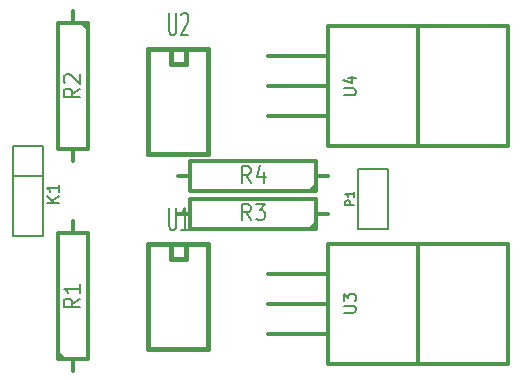
<source format=gto>
G04 (created by PCBNEW-RS274X (2011-05-25)-stable) date Wed 21 Mar 2012 10:40:31 PM MST*
G01*
G70*
G90*
%MOIN*%
G04 Gerber Fmt 3.4, Leading zero omitted, Abs format*
%FSLAX34Y34*%
G04 APERTURE LIST*
%ADD10C,0.006000*%
%ADD11C,0.012000*%
%ADD12C,0.015000*%
%ADD13C,0.008000*%
G04 APERTURE END LIST*
G54D10*
G54D11*
X64000Y-17250D02*
X66000Y-17250D01*
X64000Y-18250D02*
X66000Y-18250D01*
X64000Y-19250D02*
X66000Y-19250D01*
X66000Y-20250D02*
X72000Y-20250D01*
X72000Y-20250D02*
X72000Y-16250D01*
X72000Y-16250D02*
X66000Y-16250D01*
X66000Y-16250D02*
X66000Y-20250D01*
X69000Y-19750D02*
X69000Y-16250D01*
X69000Y-19750D02*
X69000Y-20250D01*
X64000Y-24500D02*
X66000Y-24500D01*
X64000Y-25500D02*
X66000Y-25500D01*
X64000Y-26500D02*
X66000Y-26500D01*
X66000Y-27500D02*
X72000Y-27500D01*
X72000Y-27500D02*
X72000Y-23500D01*
X72000Y-23500D02*
X66000Y-23500D01*
X66000Y-23500D02*
X66000Y-27500D01*
X69000Y-27000D02*
X69000Y-23500D01*
X69000Y-27000D02*
X69000Y-27500D01*
X57500Y-15750D02*
X57500Y-16150D01*
X57500Y-20750D02*
X57500Y-20350D01*
X58000Y-20350D02*
X57000Y-20350D01*
X57000Y-20350D02*
X57000Y-16150D01*
X57000Y-16150D02*
X58000Y-16150D01*
X58000Y-16150D02*
X58000Y-20350D01*
X57800Y-16150D02*
X58000Y-16350D01*
X57500Y-27750D02*
X57500Y-27350D01*
X57500Y-22750D02*
X57500Y-23150D01*
X57000Y-23150D02*
X58000Y-23150D01*
X58000Y-23150D02*
X58000Y-27350D01*
X58000Y-27350D02*
X57000Y-27350D01*
X57000Y-27350D02*
X57000Y-23150D01*
X57200Y-27350D02*
X57000Y-27150D01*
X66000Y-21250D02*
X65600Y-21250D01*
X61000Y-21250D02*
X61400Y-21250D01*
X61400Y-21750D02*
X61400Y-20750D01*
X61400Y-20750D02*
X65600Y-20750D01*
X65600Y-20750D02*
X65600Y-21750D01*
X65600Y-21750D02*
X61400Y-21750D01*
X65600Y-21550D02*
X65400Y-21750D01*
X66000Y-22500D02*
X65600Y-22500D01*
X61000Y-22500D02*
X61400Y-22500D01*
X61400Y-23000D02*
X61400Y-22000D01*
X61400Y-22000D02*
X65600Y-22000D01*
X65600Y-22000D02*
X65600Y-23000D01*
X65600Y-23000D02*
X61400Y-23000D01*
X65600Y-22800D02*
X65400Y-23000D01*
G54D10*
X55500Y-20250D02*
X56500Y-20250D01*
X56500Y-20250D02*
X56500Y-23250D01*
X56500Y-23250D02*
X55500Y-23250D01*
X55500Y-23250D02*
X55500Y-20250D01*
X56500Y-21250D02*
X55500Y-21250D01*
X68000Y-23000D02*
X67000Y-23000D01*
X67000Y-23000D02*
X67000Y-21000D01*
X67000Y-21000D02*
X68000Y-21000D01*
X68000Y-21000D02*
X68000Y-23000D01*
G54D12*
X62000Y-23500D02*
X62000Y-27000D01*
X62000Y-27000D02*
X60000Y-27000D01*
X60000Y-27000D02*
X60000Y-23500D01*
X60000Y-23500D02*
X62000Y-23500D01*
X61250Y-23500D02*
X61250Y-24000D01*
X61250Y-24000D02*
X60750Y-24000D01*
X60750Y-24000D02*
X60750Y-23500D01*
X62000Y-17000D02*
X62000Y-20500D01*
X62000Y-20500D02*
X60000Y-20500D01*
X60000Y-20500D02*
X60000Y-17000D01*
X60000Y-17000D02*
X62000Y-17000D01*
X61250Y-17000D02*
X61250Y-17500D01*
X61250Y-17500D02*
X60750Y-17500D01*
X60750Y-17500D02*
X60750Y-17000D01*
G54D13*
X66512Y-18555D02*
X66836Y-18555D01*
X66874Y-18536D01*
X66893Y-18517D01*
X66912Y-18479D01*
X66912Y-18402D01*
X66893Y-18364D01*
X66874Y-18345D01*
X66836Y-18326D01*
X66512Y-18326D01*
X66645Y-17964D02*
X66912Y-17964D01*
X66493Y-18060D02*
X66779Y-18155D01*
X66779Y-17907D01*
X66512Y-25805D02*
X66836Y-25805D01*
X66874Y-25786D01*
X66893Y-25767D01*
X66912Y-25729D01*
X66912Y-25652D01*
X66893Y-25614D01*
X66874Y-25595D01*
X66836Y-25576D01*
X66512Y-25576D01*
X66512Y-25424D02*
X66512Y-25176D01*
X66664Y-25310D01*
X66664Y-25252D01*
X66683Y-25214D01*
X66702Y-25195D01*
X66740Y-25176D01*
X66836Y-25176D01*
X66874Y-25195D01*
X66893Y-25214D01*
X66912Y-25252D01*
X66912Y-25367D01*
X66893Y-25405D01*
X66874Y-25424D01*
X57723Y-18333D02*
X57461Y-18500D01*
X57723Y-18619D02*
X57173Y-18619D01*
X57173Y-18428D01*
X57199Y-18381D01*
X57225Y-18357D01*
X57277Y-18333D01*
X57356Y-18333D01*
X57408Y-18357D01*
X57435Y-18381D01*
X57461Y-18428D01*
X57461Y-18619D01*
X57225Y-18143D02*
X57199Y-18119D01*
X57173Y-18071D01*
X57173Y-17952D01*
X57199Y-17905D01*
X57225Y-17881D01*
X57277Y-17857D01*
X57330Y-17857D01*
X57408Y-17881D01*
X57723Y-18167D01*
X57723Y-17857D01*
X57723Y-25333D02*
X57461Y-25500D01*
X57723Y-25619D02*
X57173Y-25619D01*
X57173Y-25428D01*
X57199Y-25381D01*
X57225Y-25357D01*
X57277Y-25333D01*
X57356Y-25333D01*
X57408Y-25357D01*
X57435Y-25381D01*
X57461Y-25428D01*
X57461Y-25619D01*
X57723Y-24857D02*
X57723Y-25143D01*
X57723Y-25000D02*
X57173Y-25000D01*
X57251Y-25048D01*
X57304Y-25095D01*
X57330Y-25143D01*
X63417Y-21473D02*
X63250Y-21211D01*
X63131Y-21473D02*
X63131Y-20923D01*
X63322Y-20923D01*
X63369Y-20949D01*
X63393Y-20975D01*
X63417Y-21027D01*
X63417Y-21106D01*
X63393Y-21158D01*
X63369Y-21185D01*
X63322Y-21211D01*
X63131Y-21211D01*
X63845Y-21106D02*
X63845Y-21473D01*
X63726Y-20896D02*
X63607Y-21289D01*
X63917Y-21289D01*
X63417Y-22723D02*
X63250Y-22461D01*
X63131Y-22723D02*
X63131Y-22173D01*
X63322Y-22173D01*
X63369Y-22199D01*
X63393Y-22225D01*
X63417Y-22277D01*
X63417Y-22356D01*
X63393Y-22408D01*
X63369Y-22435D01*
X63322Y-22461D01*
X63131Y-22461D01*
X63583Y-22173D02*
X63893Y-22173D01*
X63726Y-22382D01*
X63798Y-22382D01*
X63845Y-22408D01*
X63869Y-22435D01*
X63893Y-22487D01*
X63893Y-22618D01*
X63869Y-22670D01*
X63845Y-22696D01*
X63798Y-22723D01*
X63655Y-22723D01*
X63607Y-22696D01*
X63583Y-22670D01*
G54D10*
X57012Y-22145D02*
X56612Y-22145D01*
X57012Y-21916D02*
X56783Y-22088D01*
X56612Y-21916D02*
X56840Y-22145D01*
X57012Y-21535D02*
X57012Y-21764D01*
X57012Y-21650D02*
X56612Y-21650D01*
X56669Y-21688D01*
X56707Y-21726D01*
X56726Y-21764D01*
X66871Y-22222D02*
X66571Y-22222D01*
X66571Y-22107D01*
X66586Y-22079D01*
X66600Y-22064D01*
X66629Y-22050D01*
X66671Y-22050D01*
X66700Y-22064D01*
X66714Y-22079D01*
X66729Y-22107D01*
X66729Y-22222D01*
X66871Y-21764D02*
X66871Y-21936D01*
X66871Y-21850D02*
X66571Y-21850D01*
X66614Y-21879D01*
X66643Y-21907D01*
X66657Y-21936D01*
G54D13*
X60695Y-22304D02*
X60695Y-22911D01*
X60714Y-22982D01*
X60733Y-23018D01*
X60771Y-23054D01*
X60848Y-23054D01*
X60886Y-23018D01*
X60905Y-22982D01*
X60924Y-22911D01*
X60924Y-22304D01*
X61324Y-23054D02*
X61095Y-23054D01*
X61209Y-23054D02*
X61209Y-22304D01*
X61171Y-22411D01*
X61133Y-22482D01*
X61095Y-22518D01*
X60695Y-15804D02*
X60695Y-16411D01*
X60714Y-16482D01*
X60733Y-16518D01*
X60771Y-16554D01*
X60848Y-16554D01*
X60886Y-16518D01*
X60905Y-16482D01*
X60924Y-16411D01*
X60924Y-15804D01*
X61095Y-15875D02*
X61114Y-15839D01*
X61152Y-15804D01*
X61248Y-15804D01*
X61286Y-15839D01*
X61305Y-15875D01*
X61324Y-15946D01*
X61324Y-16018D01*
X61305Y-16125D01*
X61076Y-16554D01*
X61324Y-16554D01*
M02*

</source>
